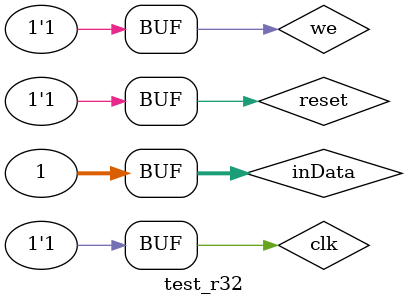
<source format=v>
module test_r1;
    reg inData;
    reg clk;
    reg we;
    reg reset;
    wire outData;


    register1 REG1(.inData(inData),.clk(clk),.reset(reset),.writeEnable(we),.outData(outData));
    
    initial begin
        $monitor("inData=%x clk=%x reset=%x we=%x outData=%x",inData,clk,reset,we,outData);

        #0 inData=1'b1; clk=1'b0; reset=1'b0; we=1'b0; 
        #1 inData=1'b1; clk=1'b1; reset=1'b1; we=1'b0;
        #2 inData=1'b1; clk=1'b0; reset=1'b1; we=1'b0; 
        #3 inData=1'b1; clk=1'b1; reset=1'b1; we=1'b0;
        #4 inData=1'b0; clk=1'b0; reset=1'b1; we=1'b0;
        #5 inData=1'b0; clk=1'b1; reset=1'b1; we=1'b0;
        #6 inData=1'b1; clk=1'b0; reset=1'b1; we=1'b1;
        #3 inData=1'b1; clk=1'b1; reset=1'b1; we=1'b1;
        #4 inData=1'b0; clk=1'b0; reset=1'b1; we=1'b1;
        #5 inData=1'b0; clk=1'b1; reset=1'b1; we=1'b1;
        #6 inData=1'b1; clk=1'b0; reset=1'b1; we=1'b1;


    end
endmodule // testbench

module test_r32;
    reg [0:31] inData;
    reg clk;
    reg we;
    reg reset;
    wire [0:31] outData;


    register32 REG32(.inData(inData),.clk(clk),.reset(reset),.writeEnable(we),.outData(outData));
    
    initial begin
        $monitor("inData=%x clk=%x reset=%x we=%x outData=%x",inData,clk,reset,we,outData);

        #0 inData=32'h00000001; clk=1'b0; reset=1'b0; we=1'b0; 
        #1 inData=32'h00000001; clk=1'b1; reset=1'b0; we=1'b0;
        #1 inData=32'h00000001; clk=1'b0; reset=1'b1; we=1'b0; 
        #1 inData=32'h00000001; clk=1'b1; reset=1'b1; we=1'b0;
        #1 inData=32'h00000001; clk=1'b0; reset=1'b1; we=1'b1;
        #1 inData=32'h00000001; clk=1'b1; reset=1'b1; we=1'b1;
        #1 inData=32'h00000001; clk=1'b0; reset=1'b1; we=1'b1;
        #1 inData=32'h00000001; clk=1'b1; reset=1'b1; we=1'b1;
        #1 inData=32'h00000002; clk=1'b0; reset=1'b1; we=1'b0;
        #1 inData=32'h00000002; clk=1'b1; reset=1'b1; we=1'b0;
        #1 inData=32'h00000003; clk=1'b0; reset=1'b1; we=1'b1;
        #1 inData=32'h00000003; clk=1'b1; reset=1'b1; we=1'b1;
        #1 inData=32'h00000001; clk=1'b0; reset=1'b0; we=1'b1;
        #1 inData=32'h00000001; clk=1'b1; reset=1'b0; we=1'b1;
        #1 inData=32'h00000001; clk=1'b0; reset=1'b1; we=1'b0;
        #1 inData=32'h00000001; clk=1'b1; reset=1'b1; we=1'b1;


    end
endmodule // testbench
</source>
